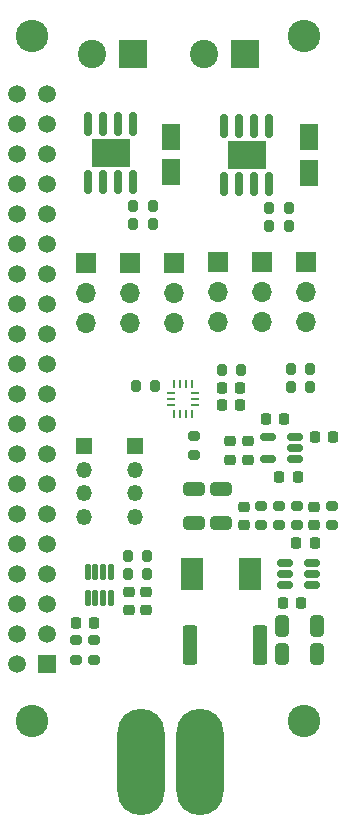
<source format=gbr>
%TF.GenerationSoftware,KiCad,Pcbnew,6.0.7-f9a2dced07~116~ubuntu20.04.1*%
%TF.CreationDate,2022-09-21T16:42:24+02:00*%
%TF.ProjectId,pylot_shield,70796c6f-745f-4736-9869-656c642e6b69,rev?*%
%TF.SameCoordinates,Original*%
%TF.FileFunction,Soldermask,Top*%
%TF.FilePolarity,Negative*%
%FSLAX46Y46*%
G04 Gerber Fmt 4.6, Leading zero omitted, Abs format (unit mm)*
G04 Created by KiCad (PCBNEW 6.0.7-f9a2dced07~116~ubuntu20.04.1) date 2022-09-21 16:42:24*
%MOMM*%
%LPD*%
G01*
G04 APERTURE LIST*
G04 Aperture macros list*
%AMRoundRect*
0 Rectangle with rounded corners*
0 $1 Rounding radius*
0 $2 $3 $4 $5 $6 $7 $8 $9 X,Y pos of 4 corners*
0 Add a 4 corners polygon primitive as box body*
4,1,4,$2,$3,$4,$5,$6,$7,$8,$9,$2,$3,0*
0 Add four circle primitives for the rounded corners*
1,1,$1+$1,$2,$3*
1,1,$1+$1,$4,$5*
1,1,$1+$1,$6,$7*
1,1,$1+$1,$8,$9*
0 Add four rect primitives between the rounded corners*
20,1,$1+$1,$2,$3,$4,$5,0*
20,1,$1+$1,$4,$5,$6,$7,0*
20,1,$1+$1,$6,$7,$8,$9,0*
20,1,$1+$1,$8,$9,$2,$3,0*%
G04 Aperture macros list end*
%ADD10RoundRect,0.225000X-0.225000X-0.250000X0.225000X-0.250000X0.225000X0.250000X-0.225000X0.250000X0*%
%ADD11RoundRect,0.225000X0.225000X0.250000X-0.225000X0.250000X-0.225000X-0.250000X0.225000X-0.250000X0*%
%ADD12RoundRect,0.250000X-0.325000X-0.650000X0.325000X-0.650000X0.325000X0.650000X-0.325000X0.650000X0*%
%ADD13R,1.700000X1.700000*%
%ADD14O,1.700000X1.700000*%
%ADD15RoundRect,0.200000X0.200000X0.275000X-0.200000X0.275000X-0.200000X-0.275000X0.200000X-0.275000X0*%
%ADD16RoundRect,0.150000X0.150000X-0.825000X0.150000X0.825000X-0.150000X0.825000X-0.150000X-0.825000X0*%
%ADD17C,0.800000*%
%ADD18R,3.300000X2.410000*%
%ADD19RoundRect,0.200000X-0.275000X0.200000X-0.275000X-0.200000X0.275000X-0.200000X0.275000X0.200000X0*%
%ADD20R,0.250000X0.675000*%
%ADD21R,0.675000X0.250000*%
%ADD22R,1.903000X2.790000*%
%ADD23RoundRect,0.200000X-0.200000X-0.275000X0.200000X-0.275000X0.200000X0.275000X-0.200000X0.275000X0*%
%ADD24RoundRect,0.200000X0.275000X-0.200000X0.275000X0.200000X-0.275000X0.200000X-0.275000X-0.200000X0*%
%ADD25R,2.400000X2.400000*%
%ADD26C,2.400000*%
%ADD27RoundRect,0.150000X0.512500X0.150000X-0.512500X0.150000X-0.512500X-0.150000X0.512500X-0.150000X0*%
%ADD28RoundRect,0.250000X0.650000X-0.325000X0.650000X0.325000X-0.650000X0.325000X-0.650000X-0.325000X0*%
%ADD29R,1.350000X1.350000*%
%ADD30O,1.350000X1.350000*%
%ADD31RoundRect,0.250000X-0.362500X-1.425000X0.362500X-1.425000X0.362500X1.425000X-0.362500X1.425000X0*%
%ADD32RoundRect,0.225000X0.250000X-0.225000X0.250000X0.225000X-0.250000X0.225000X-0.250000X-0.225000X0*%
%ADD33C,2.750000*%
%ADD34R,1.508000X1.508000*%
%ADD35C,1.508000*%
%ADD36R,1.600000X2.200000*%
%ADD37O,4.000000X9.000000*%
%ADD38RoundRect,0.125000X0.125000X-0.537500X0.125000X0.537500X-0.125000X0.537500X-0.125000X-0.537500X0*%
%ADD39RoundRect,0.150000X-0.512500X-0.150000X0.512500X-0.150000X0.512500X0.150000X-0.512500X0.150000X0*%
G04 APERTURE END LIST*
D10*
X105600000Y-64925000D03*
X104050000Y-64925000D03*
X99900000Y-63400000D03*
X101450000Y-63400000D03*
D11*
X97746484Y-60750000D03*
X96196484Y-60750000D03*
D12*
X101275001Y-83325001D03*
X104225001Y-83325001D03*
D13*
X103275000Y-50150000D03*
D14*
X103275000Y-52690000D03*
X103275000Y-55230000D03*
D15*
X90300000Y-45375000D03*
X88650000Y-45375000D03*
D16*
X84845000Y-43375000D03*
X86115000Y-43375000D03*
X87385000Y-43375000D03*
X88655000Y-43375000D03*
X88655000Y-38425000D03*
X87385000Y-38425000D03*
X86115000Y-38425000D03*
X84845000Y-38425000D03*
D17*
X85950000Y-40300000D03*
X85950000Y-41500000D03*
D18*
X86750000Y-40900000D03*
D17*
X87550000Y-41500000D03*
X87550000Y-40300000D03*
D19*
X85325000Y-82137500D03*
X85325000Y-83787500D03*
D20*
X92159409Y-63012500D03*
X92659409Y-63012500D03*
X93159409Y-63012500D03*
X93659409Y-63012500D03*
D21*
X93921909Y-62250000D03*
X93921909Y-61750000D03*
X93921909Y-61250000D03*
D20*
X93659409Y-60487500D03*
X93159409Y-60487500D03*
X92659409Y-60487500D03*
X92159409Y-60487500D03*
D21*
X91896909Y-61250000D03*
X91896909Y-61750000D03*
X91896909Y-62250000D03*
D22*
X98526501Y-76525000D03*
X93673501Y-76525000D03*
D23*
X88200000Y-76550000D03*
X89850000Y-76550000D03*
D24*
X101000000Y-72425000D03*
X101000000Y-70775000D03*
D25*
X98150000Y-32500000D03*
D26*
X94650000Y-32500000D03*
D23*
X88200000Y-75025000D03*
X89850000Y-75025000D03*
X88900000Y-60650000D03*
X90550000Y-60650000D03*
D11*
X104025000Y-73900000D03*
X102475000Y-73900000D03*
D27*
X102387500Y-66825000D03*
X102387500Y-65875000D03*
X102387500Y-64925000D03*
X100112500Y-64925000D03*
X100112500Y-66825000D03*
D28*
X96125000Y-72250000D03*
X96125000Y-69300000D03*
D29*
X88850000Y-65700000D03*
D30*
X88850000Y-67700000D03*
X88850000Y-69700000D03*
X88850000Y-71700000D03*
D31*
X93437501Y-82525000D03*
X99362501Y-82525000D03*
D10*
X101325001Y-79025000D03*
X102875001Y-79025000D03*
D32*
X88275000Y-79600000D03*
X88275000Y-78050000D03*
D24*
X105500000Y-72425000D03*
X105500000Y-70775000D03*
D12*
X101275001Y-80925000D03*
X104225001Y-80925000D03*
D32*
X98025000Y-72375000D03*
X98025000Y-70825000D03*
D24*
X93810970Y-66481765D03*
X93810970Y-64831765D03*
D29*
X84500000Y-65700000D03*
D30*
X84500000Y-67700000D03*
X84500000Y-69700000D03*
X84500000Y-71700000D03*
D15*
X97800000Y-59225000D03*
X96150000Y-59225000D03*
X101850000Y-47050000D03*
X100200000Y-47050000D03*
D32*
X96850000Y-66850000D03*
X96850000Y-65300000D03*
D15*
X90300000Y-46875000D03*
X88650000Y-46875000D03*
D32*
X89775000Y-79600000D03*
X89775000Y-78050000D03*
D19*
X83825000Y-82137500D03*
X83825000Y-83787500D03*
D16*
X96370000Y-43550000D03*
X97640000Y-43550000D03*
X98910000Y-43550000D03*
X100180000Y-43550000D03*
X100180000Y-38600000D03*
X98910000Y-38600000D03*
X97640000Y-38600000D03*
X96370000Y-38600000D03*
D17*
X99075000Y-41675000D03*
X97475000Y-40475000D03*
X97475000Y-41675000D03*
X99075000Y-40475000D03*
D18*
X98275000Y-41075000D03*
D13*
X92100000Y-50175000D03*
D14*
X92100000Y-52715000D03*
X92100000Y-55255000D03*
D15*
X101850000Y-45550000D03*
X100200000Y-45550000D03*
D33*
X103110000Y-88990000D03*
X80110000Y-30990000D03*
X80110000Y-88990000D03*
X103110000Y-30990000D03*
D34*
X81380000Y-84120000D03*
D35*
X78840000Y-84120000D03*
X81380000Y-81580000D03*
X78840000Y-81580000D03*
X81380000Y-79040000D03*
X78840000Y-79040000D03*
X81380000Y-76500000D03*
X78840000Y-76500000D03*
X81380000Y-73960000D03*
X78840000Y-73960000D03*
X81380000Y-71420000D03*
X78840000Y-71420000D03*
X81380000Y-68880000D03*
X78840000Y-68880000D03*
X81380000Y-66340000D03*
X78840000Y-66340000D03*
X81380000Y-63800000D03*
X78840000Y-63800000D03*
X81380000Y-61260000D03*
X78840000Y-61260000D03*
X81380000Y-58720000D03*
X78840000Y-58720000D03*
X81380000Y-56180000D03*
X78840000Y-56180000D03*
X81380000Y-53640000D03*
X78840000Y-53640000D03*
X81380000Y-51100000D03*
X78840000Y-51100000D03*
X81380000Y-48560000D03*
X78840000Y-48560000D03*
X81380000Y-46020000D03*
X78840000Y-46020000D03*
X81380000Y-43480000D03*
X78840000Y-43480000D03*
X81380000Y-40940000D03*
X78840000Y-40940000D03*
X81380000Y-38400000D03*
X78840000Y-38400000D03*
X81380000Y-35860000D03*
X78840000Y-35860000D03*
D11*
X102600000Y-68350000D03*
X101050000Y-68350000D03*
D36*
X103575000Y-42550000D03*
X103575000Y-39550000D03*
D13*
X88375000Y-50175000D03*
D14*
X88375000Y-52715000D03*
X88375000Y-55255000D03*
D11*
X97744460Y-62262652D03*
X96194460Y-62262652D03*
D37*
X89350000Y-92450000D03*
X94350000Y-92450000D03*
D38*
X84800000Y-78600000D03*
X85450000Y-78600000D03*
X86100000Y-78600000D03*
X86750000Y-78600000D03*
X86750000Y-76325000D03*
X86100000Y-76325000D03*
X85450000Y-76325000D03*
X84800000Y-76325000D03*
D13*
X99550000Y-50150000D03*
D14*
X99550000Y-52690000D03*
X99550000Y-55230000D03*
D23*
X102000000Y-60675000D03*
X103650000Y-60675000D03*
D13*
X84650000Y-50175000D03*
D14*
X84650000Y-52715000D03*
X84650000Y-55255000D03*
D28*
X93799998Y-72250000D03*
X93799998Y-69300000D03*
D23*
X102000000Y-59150000D03*
X103650000Y-59150000D03*
D32*
X104000000Y-72375000D03*
X104000000Y-70825000D03*
D13*
X95825000Y-50160000D03*
D14*
X95825000Y-52700000D03*
X95825000Y-55240000D03*
D32*
X98350000Y-66850000D03*
X98350000Y-65300000D03*
D11*
X85350000Y-80712500D03*
X83800000Y-80712500D03*
D24*
X102500000Y-72425000D03*
X102500000Y-70775000D03*
D39*
X101552501Y-75575000D03*
X101552501Y-76525000D03*
X101552501Y-77475000D03*
X103827501Y-77475000D03*
X103827501Y-76525000D03*
X103827501Y-75575000D03*
D24*
X99500000Y-72425000D03*
X99500000Y-70775000D03*
D25*
X88650000Y-32510000D03*
D26*
X85150000Y-32510000D03*
D36*
X91875000Y-42500000D03*
X91875000Y-39500000D03*
M02*

</source>
